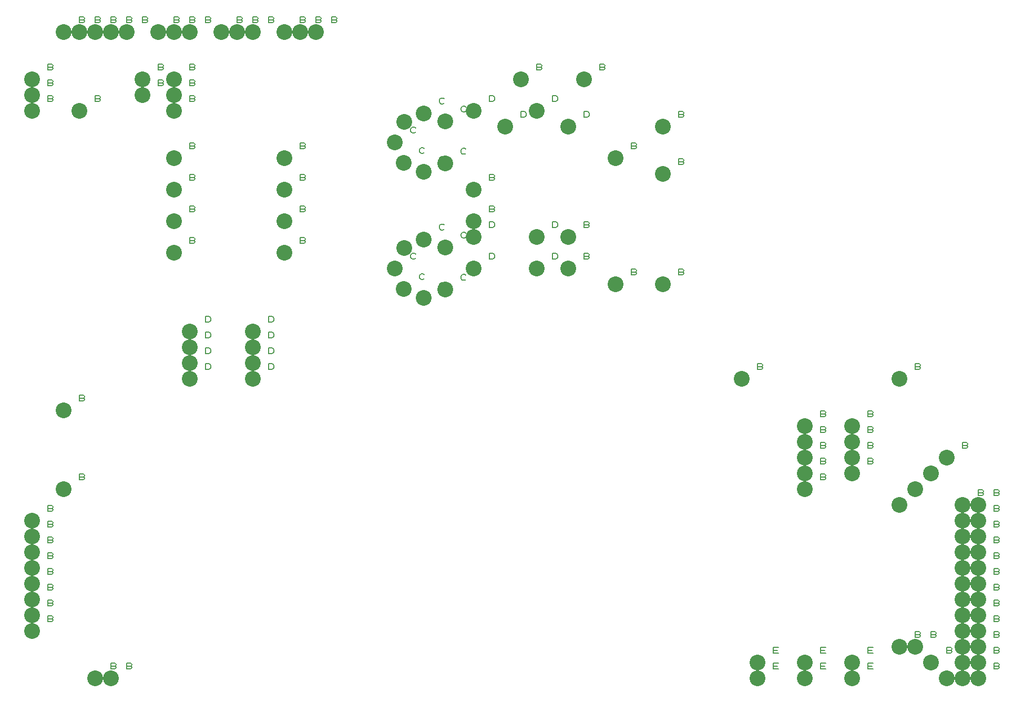
<source format=gbr>
G04 DesignSpark PCB Gerber Version 12.0 Build 5941*
G04 #@! TF.Part,Single*
G04 #@! TF.FileFunction,Drillmap*
G04 #@! TF.FilePolarity,Positive*
%FSLAX35Y35*%
%MOIN*%
%ADD21C,0.00500*%
G04 #@! TA.AperFunction,WasherPad*
%ADD20C,0.10000*%
G04 #@! TD.AperFunction*
X0Y0D02*
D02*
D20*
X20250Y50250D03*
Y60250D03*
Y70250D03*
Y80250D03*
Y90250D03*
Y100250D03*
Y110250D03*
Y120250D03*
Y380250D03*
Y390250D03*
Y400250D03*
X40250Y140250D03*
Y190250D03*
Y430250D03*
X50250Y380250D03*
Y430250D03*
X60250Y20250D03*
Y430250D03*
X70250Y20250D03*
Y430250D03*
X80250D03*
X90250Y390250D03*
Y400250D03*
X100250Y430250D03*
X110250Y290250D03*
Y310250D03*
Y330250D03*
Y350250D03*
Y380250D03*
Y390250D03*
Y400250D03*
Y430250D03*
X120250Y210250D03*
Y220250D03*
Y230250D03*
Y240250D03*
Y430250D03*
X140250D03*
X150250D03*
X160250Y210250D03*
Y220250D03*
Y230250D03*
Y240250D03*
Y430250D03*
X180250Y290250D03*
Y310250D03*
Y330250D03*
Y350250D03*
Y430250D03*
X190250D03*
X200250D03*
X250250Y280250D03*
Y360250D03*
X255762Y267258D03*
Y347258D03*
X256156Y293242D03*
Y373242D03*
X268360Y261746D03*
Y298754D03*
Y341746D03*
Y378754D03*
X282140Y266864D03*
Y293636D03*
Y346864D03*
Y373636D03*
X300250Y280250D03*
Y300250D03*
Y310250D03*
Y330250D03*
Y380250D03*
X320250Y370250D03*
X330250Y400250D03*
X340250Y280250D03*
Y300250D03*
Y380250D03*
X360250Y280250D03*
Y300250D03*
Y370250D03*
X370250Y400250D03*
X390250Y270250D03*
Y350250D03*
X420250Y270250D03*
Y340250D03*
Y370250D03*
X470250Y210250D03*
X480250Y20250D03*
Y30250D03*
X510250Y20250D03*
Y30250D03*
Y140250D03*
Y150250D03*
Y160250D03*
Y170250D03*
Y180250D03*
X540250Y20250D03*
Y30250D03*
Y150250D03*
Y160250D03*
Y170250D03*
Y180250D03*
X570250Y40250D03*
Y130250D03*
Y210250D03*
X580250Y40250D03*
Y140250D03*
X590250Y30250D03*
Y150250D03*
X600250Y20250D03*
Y160250D03*
X610250Y20250D03*
Y30250D03*
Y40250D03*
Y50250D03*
Y60250D03*
Y70250D03*
Y80250D03*
Y90250D03*
Y100250D03*
Y110250D03*
Y120250D03*
Y130250D03*
X620250Y20250D03*
Y30250D03*
Y40250D03*
Y50250D03*
Y60250D03*
Y70250D03*
Y80250D03*
Y90250D03*
Y100250D03*
Y110250D03*
Y120250D03*
Y130250D03*
D02*
D21*
X32437Y58063D02*
X33063Y57750D01*
X33375Y57125D01*
X33063Y56500D01*
X32437Y56187D01*
X30250D01*
Y59937D01*
X32437D01*
X33063Y59625D01*
X33375Y59000D01*
X33063Y58375D01*
X32437Y58063D01*
X30250D01*
X32437Y68063D02*
X33063Y67750D01*
X33375Y67125D01*
X33063Y66500D01*
X32437Y66187D01*
X30250D01*
Y69937D01*
X32437D01*
X33063Y69625D01*
X33375Y69000D01*
X33063Y68375D01*
X32437Y68063D01*
X30250D01*
X32437Y78063D02*
X33063Y77750D01*
X33375Y77125D01*
X33063Y76500D01*
X32437Y76187D01*
X30250D01*
Y79937D01*
X32437D01*
X33063Y79625D01*
X33375Y79000D01*
X33063Y78375D01*
X32437Y78063D01*
X30250D01*
X32437Y88063D02*
X33063Y87750D01*
X33375Y87125D01*
X33063Y86500D01*
X32437Y86187D01*
X30250D01*
Y89937D01*
X32437D01*
X33063Y89625D01*
X33375Y89000D01*
X33063Y88375D01*
X32437Y88063D01*
X30250D01*
X32437Y98063D02*
X33063Y97750D01*
X33375Y97125D01*
X33063Y96500D01*
X32437Y96187D01*
X30250D01*
Y99937D01*
X32437D01*
X33063Y99625D01*
X33375Y99000D01*
X33063Y98375D01*
X32437Y98063D01*
X30250D01*
X32437Y108063D02*
X33063Y107750D01*
X33375Y107125D01*
X33063Y106500D01*
X32437Y106187D01*
X30250D01*
Y109937D01*
X32437D01*
X33063Y109625D01*
X33375Y109000D01*
X33063Y108375D01*
X32437Y108063D01*
X30250D01*
X32437Y118063D02*
X33063Y117750D01*
X33375Y117125D01*
X33063Y116500D01*
X32437Y116187D01*
X30250D01*
Y119937D01*
X32437D01*
X33063Y119625D01*
X33375Y119000D01*
X33063Y118375D01*
X32437Y118063D01*
X30250D01*
X32437Y128063D02*
X33063Y127750D01*
X33375Y127125D01*
X33063Y126500D01*
X32437Y126187D01*
X30250D01*
Y129937D01*
X32437D01*
X33063Y129625D01*
X33375Y129000D01*
X33063Y128375D01*
X32437Y128063D01*
X30250D01*
X32437Y388063D02*
X33063Y387750D01*
X33375Y387125D01*
X33063Y386500D01*
X32437Y386187D01*
X30250D01*
Y389937D01*
X32437D01*
X33063Y389625D01*
X33375Y389000D01*
X33063Y388375D01*
X32437Y388063D01*
X30250D01*
X32437Y398063D02*
X33063Y397750D01*
X33375Y397125D01*
X33063Y396500D01*
X32437Y396187D01*
X30250D01*
Y399937D01*
X32437D01*
X33063Y399625D01*
X33375Y399000D01*
X33063Y398375D01*
X32437Y398063D01*
X30250D01*
X32437Y408063D02*
X33063Y407750D01*
X33375Y407125D01*
X33063Y406500D01*
X32437Y406187D01*
X30250D01*
Y409937D01*
X32437D01*
X33063Y409625D01*
X33375Y409000D01*
X33063Y408375D01*
X32437Y408063D01*
X30250D01*
X52437Y148063D02*
X53063Y147750D01*
X53375Y147125D01*
X53063Y146500D01*
X52437Y146187D01*
X50250D01*
Y149937D01*
X52437D01*
X53063Y149625D01*
X53375Y149000D01*
X53063Y148375D01*
X52437Y148063D01*
X50250D01*
X52437Y198063D02*
X53063Y197750D01*
X53375Y197125D01*
X53063Y196500D01*
X52437Y196187D01*
X50250D01*
Y199937D01*
X52437D01*
X53063Y199625D01*
X53375Y199000D01*
X53063Y198375D01*
X52437Y198063D01*
X50250D01*
X52437Y438063D02*
X53063Y437750D01*
X53375Y437125D01*
X53063Y436500D01*
X52437Y436187D01*
X50250D01*
Y439937D01*
X52437D01*
X53063Y439625D01*
X53375Y439000D01*
X53063Y438375D01*
X52437Y438063D01*
X50250D01*
X62437Y388063D02*
X63063Y387750D01*
X63375Y387125D01*
X63063Y386500D01*
X62437Y386187D01*
X60250D01*
Y389937D01*
X62437D01*
X63063Y389625D01*
X63375Y389000D01*
X63063Y388375D01*
X62437Y388063D01*
X60250D01*
X62437Y438063D02*
X63063Y437750D01*
X63375Y437125D01*
X63063Y436500D01*
X62437Y436187D01*
X60250D01*
Y439937D01*
X62437D01*
X63063Y439625D01*
X63375Y439000D01*
X63063Y438375D01*
X62437Y438063D01*
X60250D01*
X72437Y28063D02*
X73063Y27750D01*
X73375Y27125D01*
X73063Y26500D01*
X72437Y26187D01*
X70250D01*
Y29937D01*
X72437D01*
X73063Y29625D01*
X73375Y29000D01*
X73063Y28375D01*
X72437Y28063D01*
X70250D01*
X72437Y438063D02*
X73063Y437750D01*
X73375Y437125D01*
X73063Y436500D01*
X72437Y436187D01*
X70250D01*
Y439937D01*
X72437D01*
X73063Y439625D01*
X73375Y439000D01*
X73063Y438375D01*
X72437Y438063D01*
X70250D01*
X82437Y28063D02*
X83063Y27750D01*
X83375Y27125D01*
X83063Y26500D01*
X82437Y26187D01*
X80250D01*
Y29937D01*
X82437D01*
X83063Y29625D01*
X83375Y29000D01*
X83063Y28375D01*
X82437Y28063D01*
X80250D01*
X82437Y438063D02*
X83063Y437750D01*
X83375Y437125D01*
X83063Y436500D01*
X82437Y436187D01*
X80250D01*
Y439937D01*
X82437D01*
X83063Y439625D01*
X83375Y439000D01*
X83063Y438375D01*
X82437Y438063D01*
X80250D01*
X92437D02*
X93063Y437750D01*
X93375Y437125D01*
X93063Y436500D01*
X92437Y436187D01*
X90250D01*
Y439937D01*
X92437D01*
X93063Y439625D01*
X93375Y439000D01*
X93063Y438375D01*
X92437Y438063D01*
X90250D01*
X102437Y398063D02*
X103063Y397750D01*
X103375Y397125D01*
X103063Y396500D01*
X102437Y396187D01*
X100250D01*
Y399937D01*
X102437D01*
X103063Y399625D01*
X103375Y399000D01*
X103063Y398375D01*
X102437Y398063D01*
X100250D01*
X102437Y408063D02*
X103063Y407750D01*
X103375Y407125D01*
X103063Y406500D01*
X102437Y406187D01*
X100250D01*
Y409937D01*
X102437D01*
X103063Y409625D01*
X103375Y409000D01*
X103063Y408375D01*
X102437Y408063D01*
X100250D01*
X112437Y438063D02*
X113063Y437750D01*
X113375Y437125D01*
X113063Y436500D01*
X112437Y436187D01*
X110250D01*
Y439937D01*
X112437D01*
X113063Y439625D01*
X113375Y439000D01*
X113063Y438375D01*
X112437Y438063D01*
X110250D01*
X122437Y298063D02*
X123063Y297750D01*
X123375Y297125D01*
X123063Y296500D01*
X122437Y296187D01*
X120250D01*
Y299937D01*
X122437D01*
X123063Y299625D01*
X123375Y299000D01*
X123063Y298375D01*
X122437Y298063D01*
X120250D01*
X122437Y318063D02*
X123063Y317750D01*
X123375Y317125D01*
X123063Y316500D01*
X122437Y316187D01*
X120250D01*
Y319937D01*
X122437D01*
X123063Y319625D01*
X123375Y319000D01*
X123063Y318375D01*
X122437Y318063D01*
X120250D01*
X122437Y338063D02*
X123063Y337750D01*
X123375Y337125D01*
X123063Y336500D01*
X122437Y336187D01*
X120250D01*
Y339937D01*
X122437D01*
X123063Y339625D01*
X123375Y339000D01*
X123063Y338375D01*
X122437Y338063D01*
X120250D01*
X122437Y358063D02*
X123063Y357750D01*
X123375Y357125D01*
X123063Y356500D01*
X122437Y356187D01*
X120250D01*
Y359937D01*
X122437D01*
X123063Y359625D01*
X123375Y359000D01*
X123063Y358375D01*
X122437Y358063D01*
X120250D01*
X122437Y388063D02*
X123063Y387750D01*
X123375Y387125D01*
X123063Y386500D01*
X122437Y386187D01*
X120250D01*
Y389937D01*
X122437D01*
X123063Y389625D01*
X123375Y389000D01*
X123063Y388375D01*
X122437Y388063D01*
X120250D01*
X122437Y398063D02*
X123063Y397750D01*
X123375Y397125D01*
X123063Y396500D01*
X122437Y396187D01*
X120250D01*
Y399937D01*
X122437D01*
X123063Y399625D01*
X123375Y399000D01*
X123063Y398375D01*
X122437Y398063D01*
X120250D01*
X122437Y408063D02*
X123063Y407750D01*
X123375Y407125D01*
X123063Y406500D01*
X122437Y406187D01*
X120250D01*
Y409937D01*
X122437D01*
X123063Y409625D01*
X123375Y409000D01*
X123063Y408375D01*
X122437Y408063D01*
X120250D01*
X122437Y438063D02*
X123063Y437750D01*
X123375Y437125D01*
X123063Y436500D01*
X122437Y436187D01*
X120250D01*
Y439937D01*
X122437D01*
X123063Y439625D01*
X123375Y439000D01*
X123063Y438375D01*
X122437Y438063D01*
X120250D01*
X130250Y216187D02*
Y219937D01*
X132125D01*
X132750Y219625D01*
X133063Y219313D01*
X133375Y218687D01*
Y217437D01*
X133063Y216813D01*
X132750Y216500D01*
X132125Y216187D01*
X130250D01*
Y226187D02*
Y229937D01*
X132125D01*
X132750Y229625D01*
X133063Y229313D01*
X133375Y228687D01*
Y227437D01*
X133063Y226813D01*
X132750Y226500D01*
X132125Y226187D01*
X130250D01*
Y236187D02*
Y239937D01*
X132125D01*
X132750Y239625D01*
X133063Y239313D01*
X133375Y238687D01*
Y237437D01*
X133063Y236813D01*
X132750Y236500D01*
X132125Y236187D01*
X130250D01*
Y246187D02*
Y249937D01*
X132125D01*
X132750Y249625D01*
X133063Y249313D01*
X133375Y248687D01*
Y247437D01*
X133063Y246813D01*
X132750Y246500D01*
X132125Y246187D01*
X130250D01*
X132437Y438063D02*
X133063Y437750D01*
X133375Y437125D01*
X133063Y436500D01*
X132437Y436187D01*
X130250D01*
Y439937D01*
X132437D01*
X133063Y439625D01*
X133375Y439000D01*
X133063Y438375D01*
X132437Y438063D01*
X130250D01*
X152437D02*
X153063Y437750D01*
X153375Y437125D01*
X153063Y436500D01*
X152437Y436187D01*
X150250D01*
Y439937D01*
X152437D01*
X153063Y439625D01*
X153375Y439000D01*
X153063Y438375D01*
X152437Y438063D01*
X150250D01*
X162437D02*
X163063Y437750D01*
X163375Y437125D01*
X163063Y436500D01*
X162437Y436187D01*
X160250D01*
Y439937D01*
X162437D01*
X163063Y439625D01*
X163375Y439000D01*
X163063Y438375D01*
X162437Y438063D01*
X160250D01*
X170250Y216187D02*
Y219937D01*
X172125D01*
X172750Y219625D01*
X173063Y219313D01*
X173375Y218687D01*
Y217437D01*
X173063Y216813D01*
X172750Y216500D01*
X172125Y216187D01*
X170250D01*
Y226187D02*
Y229937D01*
X172125D01*
X172750Y229625D01*
X173063Y229313D01*
X173375Y228687D01*
Y227437D01*
X173063Y226813D01*
X172750Y226500D01*
X172125Y226187D01*
X170250D01*
Y236187D02*
Y239937D01*
X172125D01*
X172750Y239625D01*
X173063Y239313D01*
X173375Y238687D01*
Y237437D01*
X173063Y236813D01*
X172750Y236500D01*
X172125Y236187D01*
X170250D01*
Y246187D02*
Y249937D01*
X172125D01*
X172750Y249625D01*
X173063Y249313D01*
X173375Y248687D01*
Y247437D01*
X173063Y246813D01*
X172750Y246500D01*
X172125Y246187D01*
X170250D01*
X172437Y438063D02*
X173063Y437750D01*
X173375Y437125D01*
X173063Y436500D01*
X172437Y436187D01*
X170250D01*
Y439937D01*
X172437D01*
X173063Y439625D01*
X173375Y439000D01*
X173063Y438375D01*
X172437Y438063D01*
X170250D01*
X192437Y298063D02*
X193063Y297750D01*
X193375Y297125D01*
X193063Y296500D01*
X192437Y296187D01*
X190250D01*
Y299937D01*
X192437D01*
X193063Y299625D01*
X193375Y299000D01*
X193063Y298375D01*
X192437Y298063D01*
X190250D01*
X192437Y318063D02*
X193063Y317750D01*
X193375Y317125D01*
X193063Y316500D01*
X192437Y316187D01*
X190250D01*
Y319937D01*
X192437D01*
X193063Y319625D01*
X193375Y319000D01*
X193063Y318375D01*
X192437Y318063D01*
X190250D01*
X192437Y338063D02*
X193063Y337750D01*
X193375Y337125D01*
X193063Y336500D01*
X192437Y336187D01*
X190250D01*
Y339937D01*
X192437D01*
X193063Y339625D01*
X193375Y339000D01*
X193063Y338375D01*
X192437Y338063D01*
X190250D01*
X192437Y358063D02*
X193063Y357750D01*
X193375Y357125D01*
X193063Y356500D01*
X192437Y356187D01*
X190250D01*
Y359937D01*
X192437D01*
X193063Y359625D01*
X193375Y359000D01*
X193063Y358375D01*
X192437Y358063D01*
X190250D01*
X192437Y438063D02*
X193063Y437750D01*
X193375Y437125D01*
X193063Y436500D01*
X192437Y436187D01*
X190250D01*
Y439937D01*
X192437D01*
X193063Y439625D01*
X193375Y439000D01*
X193063Y438375D01*
X192437Y438063D01*
X190250D01*
X202437D02*
X203063Y437750D01*
X203375Y437125D01*
X203063Y436500D01*
X202437Y436187D01*
X200250D01*
Y439937D01*
X202437D01*
X203063Y439625D01*
X203375Y439000D01*
X203063Y438375D01*
X202437Y438063D01*
X200250D01*
X212437D02*
X213063Y437750D01*
X213375Y437125D01*
X213063Y436500D01*
X212437Y436187D01*
X210250D01*
Y439937D01*
X212437D01*
X213063Y439625D01*
X213375Y439000D01*
X213063Y438375D01*
X212437Y438063D01*
X210250D01*
X263375Y286813D02*
X263063Y286500D01*
X262437Y286187D01*
X261500D01*
X260875Y286500D01*
X260563Y286813D01*
X260250Y287437D01*
Y288687D01*
X260563Y289313D01*
X260875Y289625D01*
X261500Y289937D01*
X262437D01*
X263063Y289625D01*
X263375Y289313D01*
Y366813D02*
X263063Y366500D01*
X262437Y366187D01*
X261500D01*
X260875Y366500D01*
X260563Y366813D01*
X260250Y367437D01*
Y368687D01*
X260563Y369313D01*
X260875Y369625D01*
X261500Y369937D01*
X262437D01*
X263063Y369625D01*
X263375Y369313D01*
X268887Y273820D02*
X268574Y273508D01*
X267949Y273195D01*
X267012D01*
X266387Y273508D01*
X266074Y273820D01*
X265762Y274445D01*
Y275695D01*
X266074Y276320D01*
X266387Y276633D01*
X267012Y276945D01*
X267949D01*
X268574Y276633D01*
X268887Y276320D01*
Y353820D02*
X268574Y353508D01*
X267949Y353195D01*
X267012D01*
X266387Y353508D01*
X266074Y353820D01*
X265762Y354445D01*
Y355695D01*
X266074Y356320D01*
X266387Y356633D01*
X267012Y356945D01*
X267949D01*
X268574Y356633D01*
X268887Y356320D01*
X269281Y299805D02*
X268968Y299492D01*
X268343Y299180D01*
X267406D01*
X266781Y299492D01*
X266468Y299805D01*
X266156Y300430D01*
Y301680D01*
X266468Y302305D01*
X266781Y302617D01*
X267406Y302930D01*
X268343D01*
X268968Y302617D01*
X269281Y302305D01*
Y379805D02*
X268968Y379492D01*
X268343Y379180D01*
X267406D01*
X266781Y379492D01*
X266468Y379805D01*
X266156Y380430D01*
Y381680D01*
X266468Y382305D01*
X266781Y382617D01*
X267406Y382930D01*
X268343D01*
X268968Y382617D01*
X269281Y382305D01*
X281485Y268309D02*
X281173Y267996D01*
X280548Y267683D01*
X279610D01*
X278985Y267996D01*
X278673Y268309D01*
X278360Y268933D01*
Y270183D01*
X278673Y270809D01*
X278985Y271121D01*
X279610Y271433D01*
X280548D01*
X281173Y271121D01*
X281485Y270809D01*
Y305317D02*
X281173Y305004D01*
X280548Y304691D01*
X279610D01*
X278985Y305004D01*
X278673Y305317D01*
X278360Y305941D01*
Y307191D01*
X278673Y307817D01*
X278985Y308129D01*
X279610Y308441D01*
X280548D01*
X281173Y308129D01*
X281485Y307817D01*
Y348309D02*
X281173Y347996D01*
X280548Y347683D01*
X279610D01*
X278985Y347996D01*
X278673Y348309D01*
X278360Y348933D01*
Y350183D01*
X278673Y350809D01*
X278985Y351121D01*
X279610Y351433D01*
X280548D01*
X281173Y351121D01*
X281485Y350809D01*
Y385317D02*
X281173Y385004D01*
X280548Y384691D01*
X279610D01*
X278985Y385004D01*
X278673Y385317D01*
X278360Y385941D01*
Y387191D01*
X278673Y387817D01*
X278985Y388129D01*
X279610Y388441D01*
X280548D01*
X281173Y388129D01*
X281485Y387817D01*
X295265Y273427D02*
X294952Y273114D01*
X294327Y272802D01*
X293390D01*
X292765Y273114D01*
X292452Y273427D01*
X292140Y274052D01*
Y275302D01*
X292452Y275927D01*
X292765Y276239D01*
X293390Y276552D01*
X294327D01*
X294952Y276239D01*
X295265Y275927D01*
Y300198D02*
X294952Y299886D01*
X294327Y299573D01*
X293390D01*
X292765Y299886D01*
X292452Y300198D01*
X292140Y300823D01*
Y302073D01*
X292452Y302698D01*
X292765Y303011D01*
X293390Y303323D01*
X294327D01*
X294952Y303011D01*
X295265Y302698D01*
Y353427D02*
X294952Y353114D01*
X294327Y352802D01*
X293390D01*
X292765Y353114D01*
X292452Y353427D01*
X292140Y354052D01*
Y355302D01*
X292452Y355927D01*
X292765Y356239D01*
X293390Y356552D01*
X294327D01*
X294952Y356239D01*
X295265Y355927D01*
Y380198D02*
X294952Y379886D01*
X294327Y379573D01*
X293390D01*
X292765Y379886D01*
X292452Y380198D01*
X292140Y380823D01*
Y382073D01*
X292452Y382698D01*
X292765Y383011D01*
X293390Y383323D01*
X294327D01*
X294952Y383011D01*
X295265Y382698D01*
X310250Y286187D02*
Y289937D01*
X312125D01*
X312750Y289625D01*
X313063Y289313D01*
X313375Y288687D01*
Y287437D01*
X313063Y286813D01*
X312750Y286500D01*
X312125Y286187D01*
X310250D01*
Y306187D02*
Y309937D01*
X312125D01*
X312750Y309625D01*
X313063Y309313D01*
X313375Y308687D01*
Y307437D01*
X313063Y306813D01*
X312750Y306500D01*
X312125Y306187D01*
X310250D01*
X312437Y318063D02*
X313063Y317750D01*
X313375Y317125D01*
X313063Y316500D01*
X312437Y316187D01*
X310250D01*
Y319937D01*
X312437D01*
X313063Y319625D01*
X313375Y319000D01*
X313063Y318375D01*
X312437Y318063D01*
X310250D01*
X312437Y338063D02*
X313063Y337750D01*
X313375Y337125D01*
X313063Y336500D01*
X312437Y336187D01*
X310250D01*
Y339937D01*
X312437D01*
X313063Y339625D01*
X313375Y339000D01*
X313063Y338375D01*
X312437Y338063D01*
X310250D01*
Y386187D02*
Y389937D01*
X312125D01*
X312750Y389625D01*
X313063Y389313D01*
X313375Y388687D01*
Y387437D01*
X313063Y386813D01*
X312750Y386500D01*
X312125Y386187D01*
X310250D01*
X330250Y376187D02*
Y379937D01*
X332125D01*
X332750Y379625D01*
X333063Y379313D01*
X333375Y378687D01*
Y377437D01*
X333063Y376813D01*
X332750Y376500D01*
X332125Y376187D01*
X330250D01*
X342437Y408063D02*
X343063Y407750D01*
X343375Y407125D01*
X343063Y406500D01*
X342437Y406187D01*
X340250D01*
Y409937D01*
X342437D01*
X343063Y409625D01*
X343375Y409000D01*
X343063Y408375D01*
X342437Y408063D01*
X340250D01*
X350250Y286187D02*
Y289937D01*
X352125D01*
X352750Y289625D01*
X353063Y289313D01*
X353375Y288687D01*
Y287437D01*
X353063Y286813D01*
X352750Y286500D01*
X352125Y286187D01*
X350250D01*
Y306187D02*
Y309937D01*
X352125D01*
X352750Y309625D01*
X353063Y309313D01*
X353375Y308687D01*
Y307437D01*
X353063Y306813D01*
X352750Y306500D01*
X352125Y306187D01*
X350250D01*
Y386187D02*
Y389937D01*
X352125D01*
X352750Y389625D01*
X353063Y389313D01*
X353375Y388687D01*
Y387437D01*
X353063Y386813D01*
X352750Y386500D01*
X352125Y386187D01*
X350250D01*
X372437Y288063D02*
X373063Y287750D01*
X373375Y287125D01*
X373063Y286500D01*
X372437Y286187D01*
X370250D01*
Y289937D01*
X372437D01*
X373063Y289625D01*
X373375Y289000D01*
X373063Y288375D01*
X372437Y288063D01*
X370250D01*
X372437Y308063D02*
X373063Y307750D01*
X373375Y307125D01*
X373063Y306500D01*
X372437Y306187D01*
X370250D01*
Y309937D01*
X372437D01*
X373063Y309625D01*
X373375Y309000D01*
X373063Y308375D01*
X372437Y308063D01*
X370250D01*
Y376187D02*
Y379937D01*
X372125D01*
X372750Y379625D01*
X373063Y379313D01*
X373375Y378687D01*
Y377437D01*
X373063Y376813D01*
X372750Y376500D01*
X372125Y376187D01*
X370250D01*
X382437Y408063D02*
X383063Y407750D01*
X383375Y407125D01*
X383063Y406500D01*
X382437Y406187D01*
X380250D01*
Y409937D01*
X382437D01*
X383063Y409625D01*
X383375Y409000D01*
X383063Y408375D01*
X382437Y408063D01*
X380250D01*
X402437Y278063D02*
X403063Y277750D01*
X403375Y277125D01*
X403063Y276500D01*
X402437Y276187D01*
X400250D01*
Y279937D01*
X402437D01*
X403063Y279625D01*
X403375Y279000D01*
X403063Y278375D01*
X402437Y278063D01*
X400250D01*
X402437Y358063D02*
X403063Y357750D01*
X403375Y357125D01*
X403063Y356500D01*
X402437Y356187D01*
X400250D01*
Y359937D01*
X402437D01*
X403063Y359625D01*
X403375Y359000D01*
X403063Y358375D01*
X402437Y358063D01*
X400250D01*
X432437Y278063D02*
X433063Y277750D01*
X433375Y277125D01*
X433063Y276500D01*
X432437Y276187D01*
X430250D01*
Y279937D01*
X432437D01*
X433063Y279625D01*
X433375Y279000D01*
X433063Y278375D01*
X432437Y278063D01*
X430250D01*
X432437Y348063D02*
X433063Y347750D01*
X433375Y347125D01*
X433063Y346500D01*
X432437Y346187D01*
X430250D01*
Y349937D01*
X432437D01*
X433063Y349625D01*
X433375Y349000D01*
X433063Y348375D01*
X432437Y348063D01*
X430250D01*
X432437Y378063D02*
X433063Y377750D01*
X433375Y377125D01*
X433063Y376500D01*
X432437Y376187D01*
X430250D01*
Y379937D01*
X432437D01*
X433063Y379625D01*
X433375Y379000D01*
X433063Y378375D01*
X432437Y378063D01*
X430250D01*
X482437Y218063D02*
X483063Y217750D01*
X483375Y217125D01*
X483063Y216500D01*
X482437Y216187D01*
X480250D01*
Y219937D01*
X482437D01*
X483063Y219625D01*
X483375Y219000D01*
X483063Y218375D01*
X482437Y218063D01*
X480250D01*
X490250Y26187D02*
Y29937D01*
X493375D01*
X492750Y28063D02*
X490250D01*
Y26187D02*
X493375D01*
X490250Y36187D02*
Y39937D01*
X493375D01*
X492750Y38063D02*
X490250D01*
Y36187D02*
X493375D01*
X520250Y26187D02*
Y29937D01*
X523375D01*
X522750Y28063D02*
X520250D01*
Y26187D02*
X523375D01*
X520250Y36187D02*
Y39937D01*
X523375D01*
X522750Y38063D02*
X520250D01*
Y36187D02*
X523375D01*
X522437Y148063D02*
X523063Y147750D01*
X523375Y147125D01*
X523063Y146500D01*
X522437Y146187D01*
X520250D01*
Y149937D01*
X522437D01*
X523063Y149625D01*
X523375Y149000D01*
X523063Y148375D01*
X522437Y148063D01*
X520250D01*
X522437Y158063D02*
X523063Y157750D01*
X523375Y157125D01*
X523063Y156500D01*
X522437Y156187D01*
X520250D01*
Y159937D01*
X522437D01*
X523063Y159625D01*
X523375Y159000D01*
X523063Y158375D01*
X522437Y158063D01*
X520250D01*
X522437Y168063D02*
X523063Y167750D01*
X523375Y167125D01*
X523063Y166500D01*
X522437Y166187D01*
X520250D01*
Y169937D01*
X522437D01*
X523063Y169625D01*
X523375Y169000D01*
X523063Y168375D01*
X522437Y168063D01*
X520250D01*
X522437Y178063D02*
X523063Y177750D01*
X523375Y177125D01*
X523063Y176500D01*
X522437Y176187D01*
X520250D01*
Y179937D01*
X522437D01*
X523063Y179625D01*
X523375Y179000D01*
X523063Y178375D01*
X522437Y178063D01*
X520250D01*
X522437Y188063D02*
X523063Y187750D01*
X523375Y187125D01*
X523063Y186500D01*
X522437Y186187D01*
X520250D01*
Y189937D01*
X522437D01*
X523063Y189625D01*
X523375Y189000D01*
X523063Y188375D01*
X522437Y188063D01*
X520250D01*
X550250Y26187D02*
Y29937D01*
X553375D01*
X552750Y28063D02*
X550250D01*
Y26187D02*
X553375D01*
X550250Y36187D02*
Y39937D01*
X553375D01*
X552750Y38063D02*
X550250D01*
Y36187D02*
X553375D01*
X552437Y158063D02*
X553063Y157750D01*
X553375Y157125D01*
X553063Y156500D01*
X552437Y156187D01*
X550250D01*
Y159937D01*
X552437D01*
X553063Y159625D01*
X553375Y159000D01*
X553063Y158375D01*
X552437Y158063D01*
X550250D01*
X552437Y168063D02*
X553063Y167750D01*
X553375Y167125D01*
X553063Y166500D01*
X552437Y166187D01*
X550250D01*
Y169937D01*
X552437D01*
X553063Y169625D01*
X553375Y169000D01*
X553063Y168375D01*
X552437Y168063D01*
X550250D01*
X552437Y178063D02*
X553063Y177750D01*
X553375Y177125D01*
X553063Y176500D01*
X552437Y176187D01*
X550250D01*
Y179937D01*
X552437D01*
X553063Y179625D01*
X553375Y179000D01*
X553063Y178375D01*
X552437Y178063D01*
X550250D01*
X552437Y188063D02*
X553063Y187750D01*
X553375Y187125D01*
X553063Y186500D01*
X552437Y186187D01*
X550250D01*
Y189937D01*
X552437D01*
X553063Y189625D01*
X553375Y189000D01*
X553063Y188375D01*
X552437Y188063D01*
X550250D01*
X582437Y48063D02*
X583063Y47750D01*
X583375Y47125D01*
X583063Y46500D01*
X582437Y46187D01*
X580250D01*
Y49937D01*
X582437D01*
X583063Y49625D01*
X583375Y49000D01*
X583063Y48375D01*
X582437Y48063D01*
X580250D01*
X582437Y138063D02*
X583063Y137750D01*
X583375Y137125D01*
X583063Y136500D01*
X582437Y136187D01*
X580250D01*
Y139937D01*
X582437D01*
X583063Y139625D01*
X583375Y139000D01*
X583063Y138375D01*
X582437Y138063D01*
X580250D01*
X582437Y218063D02*
X583063Y217750D01*
X583375Y217125D01*
X583063Y216500D01*
X582437Y216187D01*
X580250D01*
Y219937D01*
X582437D01*
X583063Y219625D01*
X583375Y219000D01*
X583063Y218375D01*
X582437Y218063D01*
X580250D01*
X592437Y48063D02*
X593063Y47750D01*
X593375Y47125D01*
X593063Y46500D01*
X592437Y46187D01*
X590250D01*
Y49937D01*
X592437D01*
X593063Y49625D01*
X593375Y49000D01*
X593063Y48375D01*
X592437Y48063D01*
X590250D01*
X592437Y148063D02*
X593063Y147750D01*
X593375Y147125D01*
X593063Y146500D01*
X592437Y146187D01*
X590250D01*
Y149937D01*
X592437D01*
X593063Y149625D01*
X593375Y149000D01*
X593063Y148375D01*
X592437Y148063D01*
X590250D01*
X602437Y38063D02*
X603063Y37750D01*
X603375Y37125D01*
X603063Y36500D01*
X602437Y36187D01*
X600250D01*
Y39937D01*
X602437D01*
X603063Y39625D01*
X603375Y39000D01*
X603063Y38375D01*
X602437Y38063D01*
X600250D01*
X602437Y158063D02*
X603063Y157750D01*
X603375Y157125D01*
X603063Y156500D01*
X602437Y156187D01*
X600250D01*
Y159937D01*
X602437D01*
X603063Y159625D01*
X603375Y159000D01*
X603063Y158375D01*
X602437Y158063D01*
X600250D01*
X612437Y28063D02*
X613063Y27750D01*
X613375Y27125D01*
X613063Y26500D01*
X612437Y26187D01*
X610250D01*
Y29937D01*
X612437D01*
X613063Y29625D01*
X613375Y29000D01*
X613063Y28375D01*
X612437Y28063D01*
X610250D01*
X612437Y168063D02*
X613063Y167750D01*
X613375Y167125D01*
X613063Y166500D01*
X612437Y166187D01*
X610250D01*
Y169937D01*
X612437D01*
X613063Y169625D01*
X613375Y169000D01*
X613063Y168375D01*
X612437Y168063D01*
X610250D01*
X622437Y28063D02*
X623063Y27750D01*
X623375Y27125D01*
X623063Y26500D01*
X622437Y26187D01*
X620250D01*
Y29937D01*
X622437D01*
X623063Y29625D01*
X623375Y29000D01*
X623063Y28375D01*
X622437Y28063D01*
X620250D01*
X622437Y38063D02*
X623063Y37750D01*
X623375Y37125D01*
X623063Y36500D01*
X622437Y36187D01*
X620250D01*
Y39937D01*
X622437D01*
X623063Y39625D01*
X623375Y39000D01*
X623063Y38375D01*
X622437Y38063D01*
X620250D01*
X622437Y48063D02*
X623063Y47750D01*
X623375Y47125D01*
X623063Y46500D01*
X622437Y46187D01*
X620250D01*
Y49937D01*
X622437D01*
X623063Y49625D01*
X623375Y49000D01*
X623063Y48375D01*
X622437Y48063D01*
X620250D01*
X622437Y58063D02*
X623063Y57750D01*
X623375Y57125D01*
X623063Y56500D01*
X622437Y56187D01*
X620250D01*
Y59937D01*
X622437D01*
X623063Y59625D01*
X623375Y59000D01*
X623063Y58375D01*
X622437Y58063D01*
X620250D01*
X622437Y68063D02*
X623063Y67750D01*
X623375Y67125D01*
X623063Y66500D01*
X622437Y66187D01*
X620250D01*
Y69937D01*
X622437D01*
X623063Y69625D01*
X623375Y69000D01*
X623063Y68375D01*
X622437Y68063D01*
X620250D01*
X622437Y78063D02*
X623063Y77750D01*
X623375Y77125D01*
X623063Y76500D01*
X622437Y76187D01*
X620250D01*
Y79937D01*
X622437D01*
X623063Y79625D01*
X623375Y79000D01*
X623063Y78375D01*
X622437Y78063D01*
X620250D01*
X622437Y88063D02*
X623063Y87750D01*
X623375Y87125D01*
X623063Y86500D01*
X622437Y86187D01*
X620250D01*
Y89937D01*
X622437D01*
X623063Y89625D01*
X623375Y89000D01*
X623063Y88375D01*
X622437Y88063D01*
X620250D01*
X622437Y98063D02*
X623063Y97750D01*
X623375Y97125D01*
X623063Y96500D01*
X622437Y96187D01*
X620250D01*
Y99937D01*
X622437D01*
X623063Y99625D01*
X623375Y99000D01*
X623063Y98375D01*
X622437Y98063D01*
X620250D01*
X622437Y108063D02*
X623063Y107750D01*
X623375Y107125D01*
X623063Y106500D01*
X622437Y106187D01*
X620250D01*
Y109937D01*
X622437D01*
X623063Y109625D01*
X623375Y109000D01*
X623063Y108375D01*
X622437Y108063D01*
X620250D01*
X622437Y118063D02*
X623063Y117750D01*
X623375Y117125D01*
X623063Y116500D01*
X622437Y116187D01*
X620250D01*
Y119937D01*
X622437D01*
X623063Y119625D01*
X623375Y119000D01*
X623063Y118375D01*
X622437Y118063D01*
X620250D01*
X622437Y128063D02*
X623063Y127750D01*
X623375Y127125D01*
X623063Y126500D01*
X622437Y126187D01*
X620250D01*
Y129937D01*
X622437D01*
X623063Y129625D01*
X623375Y129000D01*
X623063Y128375D01*
X622437Y128063D01*
X620250D01*
X622437Y138063D02*
X623063Y137750D01*
X623375Y137125D01*
X623063Y136500D01*
X622437Y136187D01*
X620250D01*
Y139937D01*
X622437D01*
X623063Y139625D01*
X623375Y139000D01*
X623063Y138375D01*
X622437Y138063D01*
X620250D01*
X632437Y28063D02*
X633063Y27750D01*
X633375Y27125D01*
X633063Y26500D01*
X632437Y26187D01*
X630250D01*
Y29937D01*
X632437D01*
X633063Y29625D01*
X633375Y29000D01*
X633063Y28375D01*
X632437Y28063D01*
X630250D01*
X632437Y38063D02*
X633063Y37750D01*
X633375Y37125D01*
X633063Y36500D01*
X632437Y36187D01*
X630250D01*
Y39937D01*
X632437D01*
X633063Y39625D01*
X633375Y39000D01*
X633063Y38375D01*
X632437Y38063D01*
X630250D01*
X632437Y48063D02*
X633063Y47750D01*
X633375Y47125D01*
X633063Y46500D01*
X632437Y46187D01*
X630250D01*
Y49937D01*
X632437D01*
X633063Y49625D01*
X633375Y49000D01*
X633063Y48375D01*
X632437Y48063D01*
X630250D01*
X632437Y58063D02*
X633063Y57750D01*
X633375Y57125D01*
X633063Y56500D01*
X632437Y56187D01*
X630250D01*
Y59937D01*
X632437D01*
X633063Y59625D01*
X633375Y59000D01*
X633063Y58375D01*
X632437Y58063D01*
X630250D01*
X632437Y68063D02*
X633063Y67750D01*
X633375Y67125D01*
X633063Y66500D01*
X632437Y66187D01*
X630250D01*
Y69937D01*
X632437D01*
X633063Y69625D01*
X633375Y69000D01*
X633063Y68375D01*
X632437Y68063D01*
X630250D01*
X632437Y78063D02*
X633063Y77750D01*
X633375Y77125D01*
X633063Y76500D01*
X632437Y76187D01*
X630250D01*
Y79937D01*
X632437D01*
X633063Y79625D01*
X633375Y79000D01*
X633063Y78375D01*
X632437Y78063D01*
X630250D01*
X632437Y88063D02*
X633063Y87750D01*
X633375Y87125D01*
X633063Y86500D01*
X632437Y86187D01*
X630250D01*
Y89937D01*
X632437D01*
X633063Y89625D01*
X633375Y89000D01*
X633063Y88375D01*
X632437Y88063D01*
X630250D01*
X632437Y98063D02*
X633063Y97750D01*
X633375Y97125D01*
X633063Y96500D01*
X632437Y96187D01*
X630250D01*
Y99937D01*
X632437D01*
X633063Y99625D01*
X633375Y99000D01*
X633063Y98375D01*
X632437Y98063D01*
X630250D01*
X632437Y108063D02*
X633063Y107750D01*
X633375Y107125D01*
X633063Y106500D01*
X632437Y106187D01*
X630250D01*
Y109937D01*
X632437D01*
X633063Y109625D01*
X633375Y109000D01*
X633063Y108375D01*
X632437Y108063D01*
X630250D01*
X632437Y118063D02*
X633063Y117750D01*
X633375Y117125D01*
X633063Y116500D01*
X632437Y116187D01*
X630250D01*
Y119937D01*
X632437D01*
X633063Y119625D01*
X633375Y119000D01*
X633063Y118375D01*
X632437Y118063D01*
X630250D01*
X632437Y128063D02*
X633063Y127750D01*
X633375Y127125D01*
X633063Y126500D01*
X632437Y126187D01*
X630250D01*
Y129937D01*
X632437D01*
X633063Y129625D01*
X633375Y129000D01*
X633063Y128375D01*
X632437Y128063D01*
X630250D01*
X632437Y138063D02*
X633063Y137750D01*
X633375Y137125D01*
X633063Y136500D01*
X632437Y136187D01*
X630250D01*
Y139937D01*
X632437D01*
X633063Y139625D01*
X633375Y139000D01*
X633063Y138375D01*
X632437Y138063D01*
X630250D01*
X0Y0D02*
M02*

</source>
